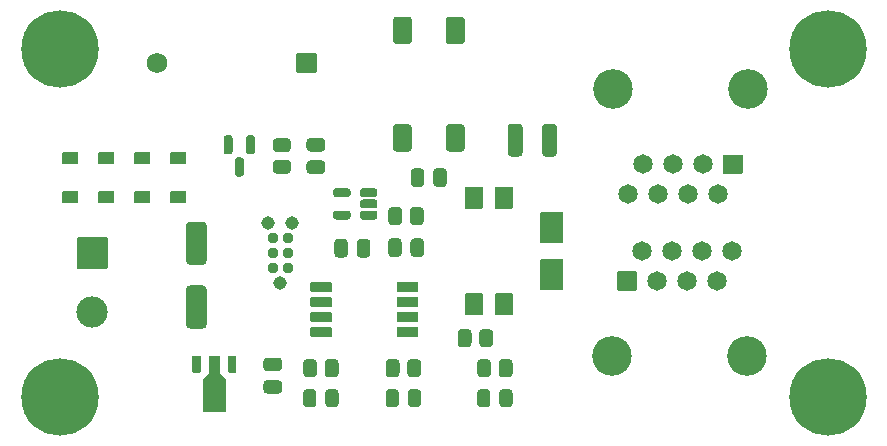
<source format=gts>
G04 #@! TF.GenerationSoftware,KiCad,Pcbnew,6.0.2+dfsg-1*
G04 #@! TF.CreationDate,2024-04-05T20:58:32-06:00*
G04 #@! TF.ProjectId,mss-crossover,6d73732d-6372-46f7-9373-6f7665722e6b,rev?*
G04 #@! TF.SameCoordinates,Original*
G04 #@! TF.FileFunction,Soldermask,Top*
G04 #@! TF.FilePolarity,Negative*
%FSLAX46Y46*%
G04 Gerber Fmt 4.6, Leading zero omitted, Abs format (unit mm)*
G04 Created by KiCad (PCBNEW 6.0.2+dfsg-1) date 2024-04-05 20:58:32*
%MOMM*%
%LPD*%
G01*
G04 APERTURE LIST*
%ADD10C,6.552400*%
%ADD11C,3.352400*%
%ADD12C,1.652400*%
%ADD13C,2.652400*%
%ADD14C,1.728000*%
%ADD15C,1.143000*%
%ADD16C,0.939800*%
G04 APERTURE END LIST*
G36*
G01*
X52956800Y-175354000D02*
X52956800Y-174404000D01*
G75*
G02*
X53283000Y-174077800I326200J0D01*
G01*
X53783000Y-174077800D01*
G75*
G02*
X54109200Y-174404000I0J-326200D01*
G01*
X54109200Y-175354000D01*
G75*
G02*
X53783000Y-175680200I-326200J0D01*
G01*
X53283000Y-175680200D01*
G75*
G02*
X52956800Y-175354000I0J326200D01*
G01*
G37*
G36*
G01*
X54856800Y-175354000D02*
X54856800Y-174404000D01*
G75*
G02*
X55183000Y-174077800I326200J0D01*
G01*
X55683000Y-174077800D01*
G75*
G02*
X56009200Y-174404000I0J-326200D01*
G01*
X56009200Y-175354000D01*
G75*
G02*
X55683000Y-175680200I-326200J0D01*
G01*
X55183000Y-175680200D01*
G75*
G02*
X54856800Y-175354000I0J326200D01*
G01*
G37*
G36*
G01*
X70474000Y-171806800D02*
X72274000Y-171806800D01*
G75*
G02*
X72350200Y-171883000I0J-76200D01*
G01*
X72350200Y-174383000D01*
G75*
G02*
X72274000Y-174459200I-76200J0D01*
G01*
X70474000Y-174459200D01*
G75*
G02*
X70397800Y-174383000I0J76200D01*
G01*
X70397800Y-171883000D01*
G75*
G02*
X70474000Y-171806800I76200J0D01*
G01*
G37*
G36*
G01*
X70474000Y-175806800D02*
X72274000Y-175806800D01*
G75*
G02*
X72350200Y-175883000I0J-76200D01*
G01*
X72350200Y-178383000D01*
G75*
G02*
X72274000Y-178459200I-76200J0D01*
G01*
X70474000Y-178459200D01*
G75*
G02*
X70397800Y-178383000I0J76200D01*
G01*
X70397800Y-175883000D01*
G75*
G02*
X70474000Y-175806800I76200J0D01*
G01*
G37*
G36*
G01*
X57299800Y-185489000D02*
X57299800Y-184589000D01*
G75*
G02*
X57626000Y-184262800I326200J0D01*
G01*
X58151000Y-184262800D01*
G75*
G02*
X58477200Y-184589000I0J-326200D01*
G01*
X58477200Y-185489000D01*
G75*
G02*
X58151000Y-185815200I-326200J0D01*
G01*
X57626000Y-185815200D01*
G75*
G02*
X57299800Y-185489000I0J326200D01*
G01*
G37*
G36*
G01*
X59124800Y-185489000D02*
X59124800Y-184589000D01*
G75*
G02*
X59451000Y-184262800I326200J0D01*
G01*
X59976000Y-184262800D01*
G75*
G02*
X60302200Y-184589000I0J-326200D01*
G01*
X60302200Y-185489000D01*
G75*
G02*
X59976000Y-185815200I-326200J0D01*
G01*
X59451000Y-185815200D01*
G75*
G02*
X59124800Y-185489000I0J326200D01*
G01*
G37*
D10*
X94742000Y-187452000D03*
D11*
X76545500Y-161437000D03*
X87975500Y-161437000D03*
G36*
G01*
X87531700Y-167037000D02*
X87531700Y-168537000D01*
G75*
G02*
X87455500Y-168613200I-76200J0D01*
G01*
X85955500Y-168613200D01*
G75*
G02*
X85879300Y-168537000I0J76200D01*
G01*
X85879300Y-167037000D01*
G75*
G02*
X85955500Y-166960800I76200J0D01*
G01*
X87455500Y-166960800D01*
G75*
G02*
X87531700Y-167037000I0J-76200D01*
G01*
G37*
D12*
X85435500Y-170327000D03*
X84165500Y-167787000D03*
X82895500Y-170327000D03*
X81625500Y-167787000D03*
X80355500Y-170327000D03*
X79085500Y-167787000D03*
X77815500Y-170327000D03*
G36*
G01*
X66398200Y-182049000D02*
X66398200Y-182949000D01*
G75*
G02*
X66072000Y-183275200I-326200J0D01*
G01*
X65547000Y-183275200D01*
G75*
G02*
X65220800Y-182949000I0J326200D01*
G01*
X65220800Y-182049000D01*
G75*
G02*
X65547000Y-181722800I326200J0D01*
G01*
X66072000Y-181722800D01*
G75*
G02*
X66398200Y-182049000I0J-326200D01*
G01*
G37*
G36*
G01*
X64573200Y-182049000D02*
X64573200Y-182949000D01*
G75*
G02*
X64247000Y-183275200I-326200J0D01*
G01*
X63722000Y-183275200D01*
G75*
G02*
X63395800Y-182949000I0J326200D01*
G01*
X63395800Y-182049000D01*
G75*
G02*
X63722000Y-181722800I326200J0D01*
G01*
X64247000Y-181722800D01*
G75*
G02*
X64573200Y-182049000I0J-326200D01*
G01*
G37*
G36*
G01*
X50314800Y-188035250D02*
X50314800Y-187122750D01*
G75*
G02*
X50634750Y-186802800I319950J0D01*
G01*
X51122250Y-186802800D01*
G75*
G02*
X51442200Y-187122750I0J-319950D01*
G01*
X51442200Y-188035250D01*
G75*
G02*
X51122250Y-188355200I-319950J0D01*
G01*
X50634750Y-188355200D01*
G75*
G02*
X50314800Y-188035250I0J319950D01*
G01*
G37*
G36*
G01*
X52189800Y-188035250D02*
X52189800Y-187122750D01*
G75*
G02*
X52509750Y-186802800I319950J0D01*
G01*
X52997250Y-186802800D01*
G75*
G02*
X53317200Y-187122750I0J-319950D01*
G01*
X53317200Y-188035250D01*
G75*
G02*
X52997250Y-188355200I-319950J0D01*
G01*
X52509750Y-188355200D01*
G75*
G02*
X52189800Y-188035250I0J319950D01*
G01*
G37*
G36*
G01*
X53317200Y-184589000D02*
X53317200Y-185489000D01*
G75*
G02*
X52991000Y-185815200I-326200J0D01*
G01*
X52466000Y-185815200D01*
G75*
G02*
X52139800Y-185489000I0J326200D01*
G01*
X52139800Y-184589000D01*
G75*
G02*
X52466000Y-184262800I326200J0D01*
G01*
X52991000Y-184262800D01*
G75*
G02*
X53317200Y-184589000I0J-326200D01*
G01*
G37*
G36*
G01*
X51492200Y-184589000D02*
X51492200Y-185489000D01*
G75*
G02*
X51166000Y-185815200I-326200J0D01*
G01*
X50641000Y-185815200D01*
G75*
G02*
X50314800Y-185489000I0J326200D01*
G01*
X50314800Y-184589000D01*
G75*
G02*
X50641000Y-184262800I326200J0D01*
G01*
X51166000Y-184262800D01*
G75*
G02*
X51492200Y-184589000I0J-326200D01*
G01*
G37*
D10*
X94742000Y-157988000D03*
G36*
G01*
X37303000Y-171086200D02*
X36103000Y-171086200D01*
G75*
G02*
X36026800Y-171010000I0J76200D01*
G01*
X36026800Y-170110000D01*
G75*
G02*
X36103000Y-170033800I76200J0D01*
G01*
X37303000Y-170033800D01*
G75*
G02*
X37379200Y-170110000I0J-76200D01*
G01*
X37379200Y-171010000D01*
G75*
G02*
X37303000Y-171086200I-76200J0D01*
G01*
G37*
G36*
G01*
X37303000Y-167786200D02*
X36103000Y-167786200D01*
G75*
G02*
X36026800Y-167710000I0J76200D01*
G01*
X36026800Y-166810000D01*
G75*
G02*
X36103000Y-166733800I76200J0D01*
G01*
X37303000Y-166733800D01*
G75*
G02*
X37379200Y-166810000I0J-76200D01*
G01*
X37379200Y-167710000D01*
G75*
G02*
X37303000Y-167786200I-76200J0D01*
G01*
G37*
D11*
X87919500Y-184003000D03*
X76489500Y-184003000D03*
G36*
G01*
X76933300Y-178403000D02*
X76933300Y-176903000D01*
G75*
G02*
X77009500Y-176826800I76200J0D01*
G01*
X78509500Y-176826800D01*
G75*
G02*
X78585700Y-176903000I0J-76200D01*
G01*
X78585700Y-178403000D01*
G75*
G02*
X78509500Y-178479200I-76200J0D01*
G01*
X77009500Y-178479200D01*
G75*
G02*
X76933300Y-178403000I0J76200D01*
G01*
G37*
D12*
X79029500Y-175113000D03*
X80299500Y-177653000D03*
X81569500Y-175113000D03*
X82839500Y-177653000D03*
X84109500Y-175113000D03*
X85379500Y-177653000D03*
X86649500Y-175113000D03*
G36*
G01*
X57299800Y-188035250D02*
X57299800Y-187122750D01*
G75*
G02*
X57619750Y-186802800I319950J0D01*
G01*
X58107250Y-186802800D01*
G75*
G02*
X58427200Y-187122750I0J-319950D01*
G01*
X58427200Y-188035250D01*
G75*
G02*
X58107250Y-188355200I-319950J0D01*
G01*
X57619750Y-188355200D01*
G75*
G02*
X57299800Y-188035250I0J319950D01*
G01*
G37*
G36*
G01*
X59174800Y-188035250D02*
X59174800Y-187122750D01*
G75*
G02*
X59494750Y-186802800I319950J0D01*
G01*
X59982250Y-186802800D01*
G75*
G02*
X60302200Y-187122750I0J-319950D01*
G01*
X60302200Y-188035250D01*
G75*
G02*
X59982250Y-188355200I-319950J0D01*
G01*
X59494750Y-188355200D01*
G75*
G02*
X59174800Y-188035250I0J319950D01*
G01*
G37*
G36*
G01*
X62486200Y-168435000D02*
X62486200Y-169385000D01*
G75*
G02*
X62160000Y-169711200I-326200J0D01*
G01*
X61660000Y-169711200D01*
G75*
G02*
X61333800Y-169385000I0J326200D01*
G01*
X61333800Y-168435000D01*
G75*
G02*
X61660000Y-168108800I326200J0D01*
G01*
X62160000Y-168108800D01*
G75*
G02*
X62486200Y-168435000I0J-326200D01*
G01*
G37*
G36*
G01*
X60586200Y-168435000D02*
X60586200Y-169385000D01*
G75*
G02*
X60260000Y-169711200I-326200J0D01*
G01*
X59760000Y-169711200D01*
G75*
G02*
X59433800Y-169385000I0J326200D01*
G01*
X59433800Y-168435000D01*
G75*
G02*
X59760000Y-168108800I326200J0D01*
G01*
X60260000Y-168108800D01*
G75*
G02*
X60586200Y-168435000I0J-326200D01*
G01*
G37*
G36*
G01*
X71824200Y-164660000D02*
X71824200Y-166810000D01*
G75*
G02*
X71498000Y-167136200I-326200J0D01*
G01*
X70873000Y-167136200D01*
G75*
G02*
X70546800Y-166810000I0J326200D01*
G01*
X70546800Y-164660000D01*
G75*
G02*
X70873000Y-164333800I326200J0D01*
G01*
X71498000Y-164333800D01*
G75*
G02*
X71824200Y-164660000I0J-326200D01*
G01*
G37*
G36*
G01*
X68899200Y-164660000D02*
X68899200Y-166810000D01*
G75*
G02*
X68573000Y-167136200I-326200J0D01*
G01*
X67948000Y-167136200D01*
G75*
G02*
X67621800Y-166810000I0J326200D01*
G01*
X67621800Y-164660000D01*
G75*
G02*
X67948000Y-164333800I326200J0D01*
G01*
X68573000Y-164333800D01*
G75*
G02*
X68899200Y-164660000I0J-326200D01*
G01*
G37*
G36*
G01*
X31216000Y-173973800D02*
X33716000Y-173973800D01*
G75*
G02*
X33792200Y-174050000I0J-76200D01*
G01*
X33792200Y-176550000D01*
G75*
G02*
X33716000Y-176626200I-76200J0D01*
G01*
X31216000Y-176626200D01*
G75*
G02*
X31139800Y-176550000I0J76200D01*
G01*
X31139800Y-174050000D01*
G75*
G02*
X31216000Y-173973800I76200J0D01*
G01*
G37*
D13*
X32466000Y-180300000D03*
G36*
G01*
X60075200Y-181666000D02*
X60075200Y-182316000D01*
G75*
G02*
X59999000Y-182392200I-76200J0D01*
G01*
X58299000Y-182392200D01*
G75*
G02*
X58222800Y-182316000I0J76200D01*
G01*
X58222800Y-181666000D01*
G75*
G02*
X58299000Y-181589800I76200J0D01*
G01*
X59999000Y-181589800D01*
G75*
G02*
X60075200Y-181666000I0J-76200D01*
G01*
G37*
G36*
G01*
X60075200Y-180396000D02*
X60075200Y-181046000D01*
G75*
G02*
X59999000Y-181122200I-76200J0D01*
G01*
X58299000Y-181122200D01*
G75*
G02*
X58222800Y-181046000I0J76200D01*
G01*
X58222800Y-180396000D01*
G75*
G02*
X58299000Y-180319800I76200J0D01*
G01*
X59999000Y-180319800D01*
G75*
G02*
X60075200Y-180396000I0J-76200D01*
G01*
G37*
G36*
G01*
X60075200Y-179126000D02*
X60075200Y-179776000D01*
G75*
G02*
X59999000Y-179852200I-76200J0D01*
G01*
X58299000Y-179852200D01*
G75*
G02*
X58222800Y-179776000I0J76200D01*
G01*
X58222800Y-179126000D01*
G75*
G02*
X58299000Y-179049800I76200J0D01*
G01*
X59999000Y-179049800D01*
G75*
G02*
X60075200Y-179126000I0J-76200D01*
G01*
G37*
G36*
G01*
X60075200Y-177856000D02*
X60075200Y-178506000D01*
G75*
G02*
X59999000Y-178582200I-76200J0D01*
G01*
X58299000Y-178582200D01*
G75*
G02*
X58222800Y-178506000I0J76200D01*
G01*
X58222800Y-177856000D01*
G75*
G02*
X58299000Y-177779800I76200J0D01*
G01*
X59999000Y-177779800D01*
G75*
G02*
X60075200Y-177856000I0J-76200D01*
G01*
G37*
G36*
G01*
X52775200Y-177856000D02*
X52775200Y-178506000D01*
G75*
G02*
X52699000Y-178582200I-76200J0D01*
G01*
X50999000Y-178582200D01*
G75*
G02*
X50922800Y-178506000I0J76200D01*
G01*
X50922800Y-177856000D01*
G75*
G02*
X50999000Y-177779800I76200J0D01*
G01*
X52699000Y-177779800D01*
G75*
G02*
X52775200Y-177856000I0J-76200D01*
G01*
G37*
G36*
G01*
X52775200Y-179126000D02*
X52775200Y-179776000D01*
G75*
G02*
X52699000Y-179852200I-76200J0D01*
G01*
X50999000Y-179852200D01*
G75*
G02*
X50922800Y-179776000I0J76200D01*
G01*
X50922800Y-179126000D01*
G75*
G02*
X50999000Y-179049800I76200J0D01*
G01*
X52699000Y-179049800D01*
G75*
G02*
X52775200Y-179126000I0J-76200D01*
G01*
G37*
G36*
G01*
X52775200Y-180396000D02*
X52775200Y-181046000D01*
G75*
G02*
X52699000Y-181122200I-76200J0D01*
G01*
X50999000Y-181122200D01*
G75*
G02*
X50922800Y-181046000I0J76200D01*
G01*
X50922800Y-180396000D01*
G75*
G02*
X50999000Y-180319800I76200J0D01*
G01*
X52699000Y-180319800D01*
G75*
G02*
X52775200Y-180396000I0J-76200D01*
G01*
G37*
G36*
G01*
X52775200Y-181666000D02*
X52775200Y-182316000D01*
G75*
G02*
X52699000Y-182392200I-76200J0D01*
G01*
X50999000Y-182392200D01*
G75*
G02*
X50922800Y-182316000I0J76200D01*
G01*
X50922800Y-181666000D01*
G75*
G02*
X50999000Y-181589800I76200J0D01*
G01*
X52699000Y-181589800D01*
G75*
G02*
X52775200Y-181666000I0J-76200D01*
G01*
G37*
G36*
G01*
X48964000Y-168572200D02*
X48064000Y-168572200D01*
G75*
G02*
X47737800Y-168246000I0J326200D01*
G01*
X47737800Y-167721000D01*
G75*
G02*
X48064000Y-167394800I326200J0D01*
G01*
X48964000Y-167394800D01*
G75*
G02*
X49290200Y-167721000I0J-326200D01*
G01*
X49290200Y-168246000D01*
G75*
G02*
X48964000Y-168572200I-326200J0D01*
G01*
G37*
G36*
G01*
X48964000Y-166747200D02*
X48064000Y-166747200D01*
G75*
G02*
X47737800Y-166421000I0J326200D01*
G01*
X47737800Y-165896000D01*
G75*
G02*
X48064000Y-165569800I326200J0D01*
G01*
X48964000Y-165569800D01*
G75*
G02*
X49290200Y-165896000I0J-326200D01*
G01*
X49290200Y-166421000D01*
G75*
G02*
X48964000Y-166747200I-326200J0D01*
G01*
G37*
G36*
G01*
X30007000Y-166733800D02*
X31207000Y-166733800D01*
G75*
G02*
X31283200Y-166810000I0J-76200D01*
G01*
X31283200Y-167710000D01*
G75*
G02*
X31207000Y-167786200I-76200J0D01*
G01*
X30007000Y-167786200D01*
G75*
G02*
X29930800Y-167710000I0J76200D01*
G01*
X29930800Y-166810000D01*
G75*
G02*
X30007000Y-166733800I76200J0D01*
G01*
G37*
G36*
G01*
X30007000Y-170033800D02*
X31207000Y-170033800D01*
G75*
G02*
X31283200Y-170110000I0J-76200D01*
G01*
X31283200Y-171010000D01*
G75*
G02*
X31207000Y-171086200I-76200J0D01*
G01*
X30007000Y-171086200D01*
G75*
G02*
X29930800Y-171010000I0J76200D01*
G01*
X29930800Y-170110000D01*
G75*
G02*
X30007000Y-170033800I76200J0D01*
G01*
G37*
G36*
G01*
X44024000Y-183971300D02*
X44574000Y-183971300D01*
G75*
G02*
X44650200Y-184047500I0J-76200D01*
G01*
X44650200Y-185347500D01*
G75*
G02*
X44574000Y-185423700I-76200J0D01*
G01*
X44024000Y-185423700D01*
G75*
G02*
X43947800Y-185347500I0J76200D01*
G01*
X43947800Y-184047500D01*
G75*
G02*
X44024000Y-183971300I76200J0D01*
G01*
G37*
G36*
X43782373Y-188696480D02*
G01*
X43737232Y-188722542D01*
X43724000Y-188723700D01*
X41874000Y-188723700D01*
X41825020Y-188705873D01*
X41798958Y-188660732D01*
X41797800Y-188647500D01*
X41797800Y-186047500D01*
X41815627Y-185998520D01*
X41820118Y-185993618D01*
X42322800Y-185490936D01*
X42322800Y-184047500D01*
X42340627Y-183998520D01*
X42385768Y-183972458D01*
X42399000Y-183971300D01*
X43199000Y-183971300D01*
X43247980Y-183989127D01*
X43274042Y-184034268D01*
X43275200Y-184047500D01*
X43275200Y-185490936D01*
X43777882Y-185993618D01*
X43799910Y-186040859D01*
X43800200Y-186047500D01*
X43800200Y-188647500D01*
X43782373Y-188696480D01*
G37*
G36*
G01*
X41024000Y-183971300D02*
X41574000Y-183971300D01*
G75*
G02*
X41650200Y-184047500I0J-76200D01*
G01*
X41650200Y-185347500D01*
G75*
G02*
X41574000Y-185423700I-76200J0D01*
G01*
X41024000Y-185423700D01*
G75*
G02*
X40947800Y-185347500I0J76200D01*
G01*
X40947800Y-184047500D01*
G75*
G02*
X41024000Y-183971300I76200J0D01*
G01*
G37*
G36*
G01*
X47277000Y-184147800D02*
X48227000Y-184147800D01*
G75*
G02*
X48553200Y-184474000I0J-326200D01*
G01*
X48553200Y-184974000D01*
G75*
G02*
X48227000Y-185300200I-326200J0D01*
G01*
X47277000Y-185300200D01*
G75*
G02*
X46950800Y-184974000I0J326200D01*
G01*
X46950800Y-184474000D01*
G75*
G02*
X47277000Y-184147800I326200J0D01*
G01*
G37*
G36*
G01*
X47277000Y-186047800D02*
X48227000Y-186047800D01*
G75*
G02*
X48553200Y-186374000I0J-326200D01*
G01*
X48553200Y-186874000D01*
G75*
G02*
X48227000Y-187200200I-326200J0D01*
G01*
X47277000Y-187200200D01*
G75*
G02*
X46950800Y-186874000I0J326200D01*
G01*
X46950800Y-186374000D01*
G75*
G02*
X47277000Y-186047800I326200J0D01*
G01*
G37*
G36*
G01*
X41825000Y-181691200D02*
X40725000Y-181691200D01*
G75*
G02*
X40398800Y-181365000I0J326200D01*
G01*
X40398800Y-178365000D01*
G75*
G02*
X40725000Y-178038800I326200J0D01*
G01*
X41825000Y-178038800D01*
G75*
G02*
X42151200Y-178365000I0J-326200D01*
G01*
X42151200Y-181365000D01*
G75*
G02*
X41825000Y-181691200I-326200J0D01*
G01*
G37*
G36*
G01*
X41825000Y-176291200D02*
X40725000Y-176291200D01*
G75*
G02*
X40398800Y-175965000I0J326200D01*
G01*
X40398800Y-172965000D01*
G75*
G02*
X40725000Y-172638800I326200J0D01*
G01*
X41825000Y-172638800D01*
G75*
G02*
X42151200Y-172965000I0J-326200D01*
G01*
X42151200Y-175965000D01*
G75*
G02*
X41825000Y-176291200I-326200J0D01*
G01*
G37*
G36*
G01*
X50923250Y-165544800D02*
X51873250Y-165544800D01*
G75*
G02*
X52199450Y-165871000I0J-326200D01*
G01*
X52199450Y-166371000D01*
G75*
G02*
X51873250Y-166697200I-326200J0D01*
G01*
X50923250Y-166697200D01*
G75*
G02*
X50597050Y-166371000I0J326200D01*
G01*
X50597050Y-165871000D01*
G75*
G02*
X50923250Y-165544800I326200J0D01*
G01*
G37*
G36*
G01*
X50923250Y-167444800D02*
X51873250Y-167444800D01*
G75*
G02*
X52199450Y-167771000I0J-326200D01*
G01*
X52199450Y-168271000D01*
G75*
G02*
X51873250Y-168597200I-326200J0D01*
G01*
X50923250Y-168597200D01*
G75*
G02*
X50597050Y-168271000I0J326200D01*
G01*
X50597050Y-167771000D01*
G75*
G02*
X50923250Y-167444800I326200J0D01*
G01*
G37*
G36*
G01*
X60532700Y-171717250D02*
X60532700Y-172617250D01*
G75*
G02*
X60206500Y-172943450I-326200J0D01*
G01*
X59681500Y-172943450D01*
G75*
G02*
X59355300Y-172617250I0J326200D01*
G01*
X59355300Y-171717250D01*
G75*
G02*
X59681500Y-171391050I326200J0D01*
G01*
X60206500Y-171391050D01*
G75*
G02*
X60532700Y-171717250I0J-326200D01*
G01*
G37*
G36*
G01*
X58707700Y-171717250D02*
X58707700Y-172617250D01*
G75*
G02*
X58381500Y-172943450I-326200J0D01*
G01*
X57856500Y-172943450D01*
G75*
G02*
X57530300Y-172617250I0J326200D01*
G01*
X57530300Y-171717250D01*
G75*
G02*
X57856500Y-171391050I326200J0D01*
G01*
X58381500Y-171391050D01*
G75*
G02*
X58707700Y-171717250I0J-326200D01*
G01*
G37*
D10*
X29718000Y-187452000D03*
X29718000Y-157988000D03*
G36*
G01*
X34255000Y-171086200D02*
X33055000Y-171086200D01*
G75*
G02*
X32978800Y-171010000I0J76200D01*
G01*
X32978800Y-170110000D01*
G75*
G02*
X33055000Y-170033800I76200J0D01*
G01*
X34255000Y-170033800D01*
G75*
G02*
X34331200Y-170110000I0J-76200D01*
G01*
X34331200Y-171010000D01*
G75*
G02*
X34255000Y-171086200I-76200J0D01*
G01*
G37*
G36*
G01*
X34255000Y-167786200D02*
X33055000Y-167786200D01*
G75*
G02*
X32978800Y-167710000I0J76200D01*
G01*
X32978800Y-166810000D01*
G75*
G02*
X33055000Y-166733800I76200J0D01*
G01*
X34255000Y-166733800D01*
G75*
G02*
X34331200Y-166810000I0J-76200D01*
G01*
X34331200Y-167710000D01*
G75*
G02*
X34255000Y-167786200I-76200J0D01*
G01*
G37*
G36*
G01*
X51471000Y-158430000D02*
X51471000Y-159954000D01*
G75*
G02*
X51369000Y-160056000I-102000J0D01*
G01*
X49845000Y-160056000D01*
G75*
G02*
X49743000Y-159954000I0J102000D01*
G01*
X49743000Y-158430000D01*
G75*
G02*
X49845000Y-158328000I102000J0D01*
G01*
X51369000Y-158328000D01*
G75*
G02*
X51471000Y-158430000I0J-102000D01*
G01*
G37*
D14*
X37907000Y-159192000D03*
G36*
G01*
X39151000Y-166733800D02*
X40351000Y-166733800D01*
G75*
G02*
X40427200Y-166810000I0J-76200D01*
G01*
X40427200Y-167710000D01*
G75*
G02*
X40351000Y-167786200I-76200J0D01*
G01*
X39151000Y-167786200D01*
G75*
G02*
X39074800Y-167710000I0J76200D01*
G01*
X39074800Y-166810000D01*
G75*
G02*
X39151000Y-166733800I76200J0D01*
G01*
G37*
G36*
G01*
X39151000Y-170033800D02*
X40351000Y-170033800D01*
G75*
G02*
X40427200Y-170110000I0J-76200D01*
G01*
X40427200Y-171010000D01*
G75*
G02*
X40351000Y-171086200I-76200J0D01*
G01*
X39151000Y-171086200D01*
G75*
G02*
X39074800Y-171010000I0J76200D01*
G01*
X39074800Y-170110000D01*
G75*
G02*
X39151000Y-170033800I76200J0D01*
G01*
G37*
G36*
G01*
X45721250Y-165319800D02*
X46021250Y-165319800D01*
G75*
G02*
X46247450Y-165546000I0J-226200D01*
G01*
X46247450Y-166721000D01*
G75*
G02*
X46021250Y-166947200I-226200J0D01*
G01*
X45721250Y-166947200D01*
G75*
G02*
X45495050Y-166721000I0J226200D01*
G01*
X45495050Y-165546000D01*
G75*
G02*
X45721250Y-165319800I226200J0D01*
G01*
G37*
G36*
G01*
X43821250Y-165319800D02*
X44121250Y-165319800D01*
G75*
G02*
X44347450Y-165546000I0J-226200D01*
G01*
X44347450Y-166721000D01*
G75*
G02*
X44121250Y-166947200I-226200J0D01*
G01*
X43821250Y-166947200D01*
G75*
G02*
X43595050Y-166721000I0J226200D01*
G01*
X43595050Y-165546000D01*
G75*
G02*
X43821250Y-165319800I226200J0D01*
G01*
G37*
G36*
G01*
X44771250Y-167194800D02*
X45071250Y-167194800D01*
G75*
G02*
X45297450Y-167421000I0J-226200D01*
G01*
X45297450Y-168596000D01*
G75*
G02*
X45071250Y-168822200I-226200J0D01*
G01*
X44771250Y-168822200D01*
G75*
G02*
X44545050Y-168596000I0J226200D01*
G01*
X44545050Y-167421000D01*
G75*
G02*
X44771250Y-167194800I226200J0D01*
G01*
G37*
G36*
G01*
X56607700Y-171935000D02*
X56607700Y-172235000D01*
G75*
G02*
X56381500Y-172461200I-226200J0D01*
G01*
X55356500Y-172461200D01*
G75*
G02*
X55130300Y-172235000I0J226200D01*
G01*
X55130300Y-171935000D01*
G75*
G02*
X55356500Y-171708800I226200J0D01*
G01*
X56381500Y-171708800D01*
G75*
G02*
X56607700Y-171935000I0J-226200D01*
G01*
G37*
G36*
G01*
X56607700Y-170985000D02*
X56607700Y-171285000D01*
G75*
G02*
X56381500Y-171511200I-226200J0D01*
G01*
X55356500Y-171511200D01*
G75*
G02*
X55130300Y-171285000I0J226200D01*
G01*
X55130300Y-170985000D01*
G75*
G02*
X55356500Y-170758800I226200J0D01*
G01*
X56381500Y-170758800D01*
G75*
G02*
X56607700Y-170985000I0J-226200D01*
G01*
G37*
G36*
G01*
X56607700Y-170035000D02*
X56607700Y-170335000D01*
G75*
G02*
X56381500Y-170561200I-226200J0D01*
G01*
X55356500Y-170561200D01*
G75*
G02*
X55130300Y-170335000I0J226200D01*
G01*
X55130300Y-170035000D01*
G75*
G02*
X55356500Y-169808800I226200J0D01*
G01*
X56381500Y-169808800D01*
G75*
G02*
X56607700Y-170035000I0J-226200D01*
G01*
G37*
G36*
G01*
X54332700Y-170035000D02*
X54332700Y-170335000D01*
G75*
G02*
X54106500Y-170561200I-226200J0D01*
G01*
X53081500Y-170561200D01*
G75*
G02*
X52855300Y-170335000I0J226200D01*
G01*
X52855300Y-170035000D01*
G75*
G02*
X53081500Y-169808800I226200J0D01*
G01*
X54106500Y-169808800D01*
G75*
G02*
X54332700Y-170035000I0J-226200D01*
G01*
G37*
G36*
G01*
X54332700Y-171935000D02*
X54332700Y-172235000D01*
G75*
G02*
X54106500Y-172461200I-226200J0D01*
G01*
X53081500Y-172461200D01*
G75*
G02*
X52855300Y-172235000I0J226200D01*
G01*
X52855300Y-171935000D01*
G75*
G02*
X53081500Y-171708800I226200J0D01*
G01*
X54106500Y-171708800D01*
G75*
G02*
X54332700Y-171935000I0J-226200D01*
G01*
G37*
D15*
X48387000Y-177800000D03*
X47371000Y-172720000D03*
X49403000Y-172720000D03*
D16*
X49022000Y-176530000D03*
X47752000Y-176530000D03*
X49022000Y-175260000D03*
X47752000Y-175260000D03*
X49022000Y-173990000D03*
X47752000Y-173990000D03*
G36*
G01*
X60557700Y-174359250D02*
X60557700Y-175309250D01*
G75*
G02*
X60231500Y-175635450I-326200J0D01*
G01*
X59731500Y-175635450D01*
G75*
G02*
X59405300Y-175309250I0J326200D01*
G01*
X59405300Y-174359250D01*
G75*
G02*
X59731500Y-174033050I326200J0D01*
G01*
X60231500Y-174033050D01*
G75*
G02*
X60557700Y-174359250I0J-326200D01*
G01*
G37*
G36*
G01*
X58657700Y-174359250D02*
X58657700Y-175309250D01*
G75*
G02*
X58331500Y-175635450I-326200J0D01*
G01*
X57831500Y-175635450D01*
G75*
G02*
X57505300Y-175309250I0J326200D01*
G01*
X57505300Y-174359250D01*
G75*
G02*
X57831500Y-174033050I326200J0D01*
G01*
X58331500Y-174033050D01*
G75*
G02*
X58657700Y-174359250I0J-326200D01*
G01*
G37*
G36*
G01*
X65046800Y-185489000D02*
X65046800Y-184589000D01*
G75*
G02*
X65373000Y-184262800I326200J0D01*
G01*
X65898000Y-184262800D01*
G75*
G02*
X66224200Y-184589000I0J-326200D01*
G01*
X66224200Y-185489000D01*
G75*
G02*
X65898000Y-185815200I-326200J0D01*
G01*
X65373000Y-185815200D01*
G75*
G02*
X65046800Y-185489000I0J326200D01*
G01*
G37*
G36*
G01*
X66871800Y-185489000D02*
X66871800Y-184589000D01*
G75*
G02*
X67198000Y-184262800I326200J0D01*
G01*
X67723000Y-184262800D01*
G75*
G02*
X68049200Y-184589000I0J-326200D01*
G01*
X68049200Y-185489000D01*
G75*
G02*
X67723000Y-185815200I-326200J0D01*
G01*
X67198000Y-185815200D01*
G75*
G02*
X66871800Y-185489000I0J326200D01*
G01*
G37*
G36*
G01*
X65046800Y-188035250D02*
X65046800Y-187122750D01*
G75*
G02*
X65366750Y-186802800I319950J0D01*
G01*
X65854250Y-186802800D01*
G75*
G02*
X66174200Y-187122750I0J-319950D01*
G01*
X66174200Y-188035250D01*
G75*
G02*
X65854250Y-188355200I-319950J0D01*
G01*
X65366750Y-188355200D01*
G75*
G02*
X65046800Y-188035250I0J319950D01*
G01*
G37*
G36*
G01*
X66921800Y-188035250D02*
X66921800Y-187122750D01*
G75*
G02*
X67241750Y-186802800I319950J0D01*
G01*
X67729250Y-186802800D01*
G75*
G02*
X68049200Y-187122750I0J-319950D01*
G01*
X68049200Y-188035250D01*
G75*
G02*
X67729250Y-188355200I-319950J0D01*
G01*
X67241750Y-188355200D01*
G75*
G02*
X66921800Y-188035250I0J319950D01*
G01*
G37*
G36*
G01*
X65468500Y-180568600D02*
X64071500Y-180568600D01*
G75*
G02*
X63995300Y-180492400I0J76200D01*
G01*
X63995300Y-178790600D01*
G75*
G02*
X64071500Y-178714400I76200J0D01*
G01*
X65468500Y-178714400D01*
G75*
G02*
X65544700Y-178790600I0J-76200D01*
G01*
X65544700Y-180492400D01*
G75*
G02*
X65468500Y-180568600I-76200J0D01*
G01*
G37*
G36*
G01*
X68008500Y-180568600D02*
X66611500Y-180568600D01*
G75*
G02*
X66535300Y-180492400I0J76200D01*
G01*
X66535300Y-178790600D01*
G75*
G02*
X66611500Y-178714400I76200J0D01*
G01*
X68008500Y-178714400D01*
G75*
G02*
X68084700Y-178790600I0J-76200D01*
G01*
X68084700Y-180492400D01*
G75*
G02*
X68008500Y-180568600I-76200J0D01*
G01*
G37*
G36*
G01*
X68008500Y-171551600D02*
X66611500Y-171551600D01*
G75*
G02*
X66535300Y-171475400I0J76200D01*
G01*
X66535300Y-169773600D01*
G75*
G02*
X66611500Y-169697400I76200J0D01*
G01*
X68008500Y-169697400D01*
G75*
G02*
X68084700Y-169773600I0J-76200D01*
G01*
X68084700Y-171475400D01*
G75*
G02*
X68008500Y-171551600I-76200J0D01*
G01*
G37*
G36*
G01*
X65468500Y-171551600D02*
X64071500Y-171551600D01*
G75*
G02*
X63995300Y-171475400I0J76200D01*
G01*
X63995300Y-169773600D01*
G75*
G02*
X64071500Y-169697400I76200J0D01*
G01*
X65468500Y-169697400D01*
G75*
G02*
X65544700Y-169773600I0J-76200D01*
G01*
X65544700Y-171475400D01*
G75*
G02*
X65468500Y-171551600I-76200J0D01*
G01*
G37*
G36*
G01*
X63752000Y-157597000D02*
X62648000Y-157597000D01*
G75*
G02*
X62408000Y-157357000I0J240000D01*
G01*
X62408000Y-155533000D01*
G75*
G02*
X62648000Y-155293000I240000J0D01*
G01*
X63752000Y-155293000D01*
G75*
G02*
X63992000Y-155533000I0J-240000D01*
G01*
X63992000Y-157357000D01*
G75*
G02*
X63752000Y-157597000I-240000J0D01*
G01*
G37*
G36*
G01*
X63752000Y-166697000D02*
X62648000Y-166697000D01*
G75*
G02*
X62408000Y-166457000I0J240000D01*
G01*
X62408000Y-164633000D01*
G75*
G02*
X62648000Y-164393000I240000J0D01*
G01*
X63752000Y-164393000D01*
G75*
G02*
X63992000Y-164633000I0J-240000D01*
G01*
X63992000Y-166457000D01*
G75*
G02*
X63752000Y-166697000I-240000J0D01*
G01*
G37*
G36*
G01*
X59272000Y-157597000D02*
X58168000Y-157597000D01*
G75*
G02*
X57928000Y-157357000I0J240000D01*
G01*
X57928000Y-155533000D01*
G75*
G02*
X58168000Y-155293000I240000J0D01*
G01*
X59272000Y-155293000D01*
G75*
G02*
X59512000Y-155533000I0J-240000D01*
G01*
X59512000Y-157357000D01*
G75*
G02*
X59272000Y-157597000I-240000J0D01*
G01*
G37*
G36*
G01*
X59272000Y-166697000D02*
X58168000Y-166697000D01*
G75*
G02*
X57928000Y-166457000I0J240000D01*
G01*
X57928000Y-164633000D01*
G75*
G02*
X58168000Y-164393000I240000J0D01*
G01*
X59272000Y-164393000D01*
G75*
G02*
X59512000Y-164633000I0J-240000D01*
G01*
X59512000Y-166457000D01*
G75*
G02*
X59272000Y-166697000I-240000J0D01*
G01*
G37*
M02*

</source>
